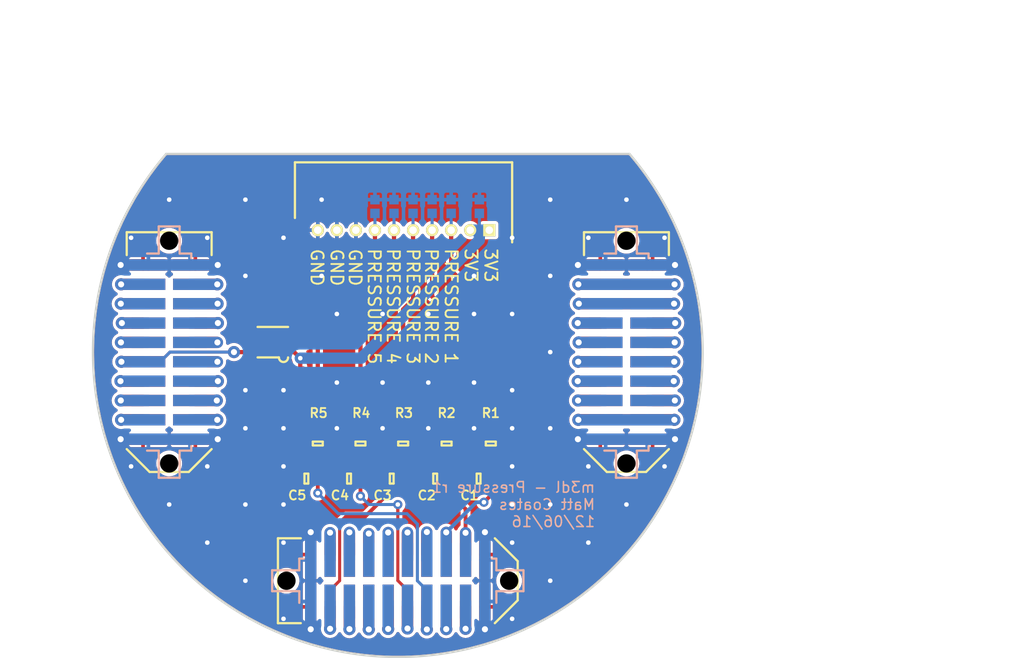
<source format=kicad_pcb>
(kicad_pcb (version 20221018) (generator pcbnew)
  (layers (0 "F.Cu" signal) (31 "B.Cu" signal) (34 "B.Paste" user) (35 "F.Paste" user) (36 "B.SilkS" user "B.Silkscreen") (37 "F.SilkS" user "F.Silkscreen") (38 "B.Mask" user) (39 "F.Mask" user) (44 "Edge.Cuts" user))
  (net 0 "")
  (net 1 "/PRESSURE1")
  (net 2 "GND")
  (net 3 "/PRESSURE4")
  (net 4 "/PRESSURE2")
  (net 5 "/PRESSURE5")
  (net 6 "/PRESSURE3")
  (net 7 "/3v3_IMU")
  (net 8 "/JTMS")
  (net 9 "/3v3_RADIO")
  (net 10 "/JTCK")
  (net 11 "/3v3_FC")
  (net 12 "/3v3_PYRO")
  (net 13 "/JTDR")
  (net 14 "3v3")
  (net 15 "/RSVD1")
  (net 16 "/3v3_AUX1")
  (net 17 "/5v_CAN")
  (net 18 "/3v3_AUX2")
  (net 19 "/CAN-")
  (net 20 "/RSVD2")
  (net 21 "/CAN+")
  (net 22 "/PYRO_SO")
  (net 23 "/PYRO_SI")
  (net 24 "/5v_RADIO")
  (net 25 "/PYRO1")
  (net 26 "/5v_IMU")
  (net 27 "/PYRO2")
  (net 28 "/5v_AUX1")
  (net 29 "/PYRO3")
  (net 30 "/5v_AUX2")
  (net 31 "/PYRO4")
  (net 32 "/5v_CAM")
  (net 33 "/PWR")
  (net 34 "/CHARGE")
  (net 35 "/JTDI")
  (net 36 "/STRAIN1")
  (net 37 "/SPI1_SCK")
  (net 38 "/STRAIN2")
  (net 39 "/SPI1_MISO")
  (net 40 "/STRAIN3")
  (net 41 "/SPI1_MOSI")
  (net 42 "/STRAIN4")
  (net 43 "/STRAIN5")
  (net 44 "/STRAIN6")
  (net 45 "/TEMP_INT")
  (net 46 "/SPI1_CS")
  (net 47 "/P1+")
  (net 48 "/P2+")
  (net 49 "/P3+")
  (net 50 "/P4+")
  (net 51 "/P5+")
  (net 52 "/3v3_DL")
  (net 53 "Net-(IC1-Pad2)")
  (net 54 "Net-(IC1-Pad3)")
  (footprint "agg:0603-L" (layer "F.Cu") (at 105.3 108.3 180)
    (fp_text reference "C1")
    (fp_text value "1n")
  )
  (footprint "agg:0603-L" (layer "F.Cu") (at 96.8 108.3 180)
    (fp_text reference "C2")
    (fp_text value "1n")
  )
  (footprint "agg:0603-L" (layer "F.Cu") (at 102.45 108.3 180)
    (fp_text reference "C3")
    (fp_text value "1n")
  )
  (footprint "agg:0603-L" (layer "F.Cu") (at 94 108.3 180)
    (fp_text reference "C4")
    (fp_text value "1n")
  )
  (footprint "agg:0603-L" (layer "F.Cu") (at 99.6 108.3 180)
    (fp_text reference "C5")
    (fp_text value "1n")
  )
  (footprint "agg:TFML-110-02-L-D" (layer "F.Cu") (at 85 100 -90)
    (fp_text reference "J1")
    (fp_text value "WEST TOP")
  )
  (footprint "agg:TFML-110-02-L-D" (layer "F.Cu") (at 115 100 -90)
    (fp_text reference "J2")
    (fp_text value "EAST TOP")
  )
  (footprint "agg:TFML-110-02-L-D" (layer "F.Cu") (at 100 115)
    (fp_text reference "J5")
    (fp_text value "SOUTH TOP")
  )
  (footprint "Connectors_Molex:Connector_Molex_PicoBlade_53048-1010" (layer "F.Cu") (at 106 92 180)
    (fp_text reference "J7" hide)
    (fp_text value "PRESSURE")
  )
  (footprint "agg:0603-L" (layer "F.Cu") (at 106.1 106 90)
    (fp_text reference "R1")
    (fp_text value "3.74K")
  )
  (footprint "agg:0603-L" (layer "F.Cu") (at 97.55 106 90)
    (fp_text reference "R2")
    (fp_text value "3.74K")
  )
  (footprint "agg:0603-L" (layer "F.Cu") (at 103.2 106 90)
    (fp_text reference "R3")
    (fp_text value "3.74K")
  )
  (footprint "agg:0603-L" (layer "F.Cu") (at 94.75 106 90)
    (fp_text reference "R4")
    (fp_text value "3.74K")
  )
  (footprint "agg:0603-L" (layer "F.Cu") (at 100.35 106 90)
    (fp_text reference "R5")
    (fp_text value "3.74K")
  )
  (footprint "agg:0402-L" (layer "F.Cu") (at 90.4 101.2)
    (fp_text reference "C6")
    (fp_text value "1u")
  )
  (footprint "agg:0402-L" (layer "F.Cu") (at 93.2 101.2 180)
    (fp_text reference "C8")
    (fp_text value "1u")
  )
  (footprint "agg:DFN-6-EP-ONSEMI" (layer "F.Cu") (at 91.8 99.349999 180)
    (fp_text reference "IC1")
    (fp_text value "NCP380")
  )
  (footprint "agg:0402-L" (layer "F.Cu") (at 93.818334 99 90)
    (fp_text reference "R7")
    (fp_text value "110k")
  )
  (footprint "agg:SFML-110-02-L-D-LC" (layer "B.Cu") (at 85 100 -90)
    (fp_text reference "J3")
    (fp_text value "WEST BOT")
  )
  (footprint "agg:SFML-110-02-L-D-LC" (layer "B.Cu") (at 115 100 -90)
    (fp_text reference "J4")
    (fp_text value "EAST BOT")
  )
  (footprint "agg:SFML-110-02-L-D-LC" (layer "B.Cu") (at 100 115)
    (fp_text reference "J6")
    (fp_text value "SOUTH BOT")
  )
  (footprint "agg:0402" (layer "B.Cu") (at 103.5 90.45 -90)
    (fp_text reference "D1")
    (fp_text value "ESD_DIODE")
  )
  (footprint "agg:0402" (layer "B.Cu") (at 102.25 90.45 -90)
    (fp_text reference "D2")
    (fp_text value "ESD_DIODE")
  )
  (footprint "agg:0402" (layer "B.Cu") (at 101 90.45 -90)
    (fp_text reference "D3")
    (fp_text value "ESD_DIODE")
  )
  (footprint "agg:0402" (layer "B.Cu") (at 99.75 90.45 -90)
    (fp_text reference "D4")
    (fp_text value "ESD_DIODE")
  )
  (footprint "agg:0402" (layer "B.Cu") (at 98.5 90.45 -90)
    (fp_text reference "D5")
    (fp_text value "ESD_DIODE")
  )
  (footprint "agg:0402" (layer "B.Cu") (at 105.35 90.45 -90)
    (fp_text reference "D6")
    (fp_text value "ESD_DIODE")
  )
  (gr_arc (start 115.2 87) (mid 100 120.001) (end 84.8 87) (stroke (width 0.15)) (layer "Edge.Cuts"))
  (gr_line (start 84.8 87) (end 115.2 87) (stroke (width 0.15)) (layer "Edge.Cuts"))
  (gr_text "m3dl - Pressure r1\nMatt Coates\n12/06/16" (at 113 110) (layer "B.SilkS") (effects (font (size 0.7 0.7) (thickness 0.1)) (justify left mirror)))
  (gr_text "C3" (at 99 109.4) (layer "F.SilkS") (effects (font (size 0.6 0.6) (thickness 0.12))))
  (gr_text "C5" (at 93.4 109.4) (layer "F.SilkS") (effects (font (size 0.6 0.6) (thickness 0.12))))
  (gr_text "C1" (at 104.7 109.4) (layer "F.SilkS") (effects (font (size 0.6 0.6) (thickness 0.12))))
  (gr_text "C4" (at 96.2 109.4) (layer "F.SilkS") (effects (font (size 0.6 0.6) (thickness 0.12))))
  (gr_text "R5" (at 94.8 104) (layer "F.SilkS") (effects (font (size 0.6 0.6) (thickness 0.12))))
  (gr_text "R4" (at 97.6 104) (layer "F.SilkS") (effects (font (size 0.6 0.6) (thickness 0.12))))
  (gr_text "R3" (at 100.4 104) (layer "F.SilkS") (effects (font (size 0.6 0.6) (thickness 0.12))))
  (gr_text "R2" (at 103.2 104) (layer "F.SilkS") (effects (font (size 0.6 0.6) (thickness 0.12))))
  (gr_text "R1\n" (at 106.1 104) (layer "F.SilkS") (effects (font (size 0.6 0.6) (thickness 0.12))))
  (gr_text "GND" (at 94.7 94.45 270) (layer "F.SilkS") (effects (font (size 0.8 0.8) (thickness 0.12))))
  (gr_text "GND" (at 96 94.45 270) (layer "F.SilkS") (effects (font (size 0.8 0.8) (thickness 0.12))))
  (gr_text "GND" (at 97.2 94.45 270) (layer "F.SilkS") (effects (font (size 0.8 0.8) (thickness 0.12))))
  (gr_text "3V3" (at 106.1 95.5 270) (layer "F.SilkS") (effects (font (size 0.8 0.8) (thickness 0.12)) (justify right)))
  (gr_text "PRESSURE 1\n" (at 103.5 97 270) (layer "F.SilkS") (effects (font (size 0.8 0.8) (thickness 0.12))))
  (gr_text "PRESSURE 2\n" (at 102.2 97 270) (layer "F.SilkS") (effects (font (size 0.8 0.8) (thickness 0.12))))
  (gr_text "PRESSURE 3\n" (at 101 97 270) (layer "F.SilkS") (effects (font (size 0.8 0.8) (thickness 0.12))))
  (gr_text "3V3" (at 104.8 95.5 270) (layer "F.SilkS") (effects (font (size 0.8 0.8) (thickness 0.12)) (justify right)))
  (gr_text "PRESSURE 4\n" (at 99.7 97 270) (layer "F.SilkS") (effects (font (size 0.8 0.8) (thickness 0.12))))
  (gr_text "PRESSURE 5\n" (at 98.45 97 270) (layer "F.SilkS") (effects (font (size 0.8 0.8) (thickness 0.12))))
  (gr_text "C2" (at 101.9 109.4) (layer "F.SilkS") (effects (font (size 0.6 0.6) (thickness 0.12))))
  (segment (start 106.05 109.45) (end 105.65 109.85) (width 0.25) (layer "F.Cu") (net 1))
  (segment (start 106.05 108.3) (end 106.05 109.35) (width 0.25) (layer "F.Cu") (net 1))
  (segment (start 106.1 106.7) (end 106 106.8) (width 0.28) (layer "F.Cu") (net 1))
  (segment (start 103.175 111.825) (end 103.175 113.285) (width 0.74) (layer "F.Cu") (net 1))
  (segment (start 106.05 109.35) (end 106.05 109.45) (width 0.25) (layer "F.Cu") (net 1))
  (segment (start 106 106.8) (end 106 108.3) (width 0.28) (layer "F.Cu") (net 1))
  (via (at 105.65 109.85) (size 0.6) (drill 0.3) (layers "F.Cu" "B.Cu") (net 1))
  (via (at 103.175 111.825) (size 0.7) (drill 0.4) (layers "F.Cu" "B.Cu") (net 1))
  (segment (start 105.15 109.85) (end 103.175 111.825) (width 0.25) (layer "B.Cu") (net 1))
  (segment (start 103.175 113.635) (end 103.175 111.825) (width 0.74) (layer "B.Cu") (net 1))
  (segment (start 105.65 109.85) (end 105.15 109.85) (width 0.25) (layer "B.Cu") (net 1))
  (segment (start 111.815 105.715) (end 110.715 105.715) (width 0.2) (layer "F.Cu") (net 2))
  (segment (start 90 105.7) (end 90 110) (width 0.2) (layer "F.Cu") (net 2))
  (segment (start 90 107.5) (end 87.5 107.5) (width 0.2) (layer "F.Cu") (net 2))
  (segment (start 86.715 105.715) (end 88.185 105.715) (width 0.74) (layer "F.Cu") (net 2))
  (segment (start 94.285 118.185) (end 94.285 116.715) (width 0.74) (layer "F.Cu") (net 2))
  (segment (start 116.715 105.715) (end 118.185 105.715) (width 0.74) (layer "F.Cu") (net 2))
  (segment (start 105.715 111.815) (end 105.715 113.285) (width 0.74) (layer "F.Cu") (net 2))
  (segment (start 83.285 94.285) (end 81.815 94.285) (width 0.74) (layer "F.Cu") (net 2))
  (segment (start 90 105) (end 90 105.7) (width 0.2) (layer "F.Cu") (net 2))
  (segment (start 89.985 105.715) (end 90 105.7) (width 0.2) (layer "F.Cu") (net 2))
  (segment (start 86.715 94.285) (end 83.285 94.285) (width 0.74) (layer "F.Cu") (net 2))
  (segment (start 116.715 94.285) (end 118.185 94.285) (width 0.74) (layer "F.Cu") (net 2))
  (segment (start 90.885 99.349999) (end 91.8 99.349999) (width 0.4) (layer "F.Cu") (net 2))
  (segment (start 105.715 113.285) (end 105.715 116.715) (width 0.74) (layer "F.Cu") (net 2))
  (segment (start 87.5 112.5) (end 85 110) (width 0.2) (layer "F.Cu") (net 2))
  (segment (start 90 115) (end 87.5 112.5) (width 0.2) (layer "F.Cu") (net 2))
  (segment (start 105 95) (end 110 95) (width 0.2) (layer "F.Cu") (net 2))
  (segment (start 86.715 94.285) (end 88.185 94.285) (width 0.74) (layer "F.Cu") (net 2))
  (segment (start 113.285 105.715) (end 111.815 105.715) (width 0.74) (layer "F.Cu") (net 2))
  (segment (start 83.285 105.715) (end 86.715 105.715) (width 0.74) (layer "F.Cu") (net 2))
  (segment (start 88.185 105.715) (end 89.985 105.715) (width 0.2) (layer "F.Cu") (net 2))
  (segment (start 113.285 94.285) (end 116.715 94.285) (width 0.74) (layer "F.Cu") (net 2))
  (segment (start 113.285 94.285) (end 111.815 94.285) (width 0.74) (layer "F.Cu") (net 2))
  (segment (start 94.285 116.715) (end 94.285 111.815) (width 0.74) (layer "F.Cu") (net 2))
  (segment (start 116.715 105.715) (end 113.285 105.715) (width 0.74) (layer "F.Cu") (net 2))
  (segment (start 110.715 105.715) (end 110 105) (width 0.2) (layer "F.Cu") (net 2))
  (segment (start 83.285 105.715) (end 81.815 105.715) (width 0.74) (layer "F.Cu") (net 2))
  (segment (start 105.715 116.715) (end 105.715 118.185) (width 0.74) (layer "F.Cu") (net 2))
  (via (at 90 110) (size 0.6) (drill 0.3) (layers "F.Cu" "B.Cu") (net 2))
  (via (at 90 115) (size 0.6) (drill 0.3) (layers "F.Cu" "B.Cu") (net 2))
  (via (at 85 110) (size 0.6) (drill 0.3) (layers "F.Cu" "B.Cu") (net 2))
  (via (at 90 105) (size 0.6) (drill 0.3) (layers "F.Cu" "B.Cu") (net 2))
  (via (at 90 95) (size 0.6) (drill 0.3) (layers "F.Cu" "B.Cu") (net 2))
  (via (at 90 90) (size 0.6) (drill 0.3) (layers "F.Cu" "B.Cu") (net 2))
  (via (at 85 90) (size 0.6) (drill 0.3) (layers "F.Cu" "B.Cu") (net 2))
  (via (at 95 90) (size 0.6) (drill 0.3) (layers "F.Cu" "B.Cu") (net 2))
  (via (at 110 90) (size 0.6) (drill 0.3) (layers "F.Cu" "B.Cu") (net 2))
  (via (at 115 90) (size 0.6) (drill 0.3) (layers "F.Cu" "B.Cu") (net 2))
  (via (at 110 95) (size 0.6) (drill 0.3) (layers "F.Cu" "B.Cu") (net 2))
  (via (at 110 105) (size 0.6) (drill 0.3) (layers "F.Cu" "B.Cu") (net 2))
  (via (at 110 110) (size 0.6) (drill 0.3) (layers "F.Cu" "B.Cu") (net 2))
  (via (at 115 110) (size 0.6) (drill 0.3) (layers "F.Cu" "B.Cu") (net 2))
  (via (at 110 115) (size 0.6) (drill 0.3) (layers "F.Cu" "B.Cu") (net 2))
  (via (at 95 95) (size 0.6) (drill 0.3) (layers "F.Cu" "B.Cu") (net 2))
  (via (at 105 95) (size 0.6) (drill 0.3) (layers "F.Cu" "B.Cu") (net 2))
  (via (at 105 105) (size 0.6) (drill 0.3) (layers "F.Cu" "B.Cu") (net 2))
  (via (at 92.5 112.5) (size 0.6) (drill 0.3) (layers "F.Cu" "B.Cu") (net 2))
  (via (at 92.5 110) (size 0.6) (drill 0.3) (layers "F.Cu" "B.Cu") (net 2))
  (via (at 92.5 117.5) (size 0.6) (drill 0.3) (layers "F.Cu" "B.Cu") (net 2))
  (via (at 107.5 117.5) (size 0.6) (drill 0.3) (layers "F.Cu" "B.Cu") (net 2))
  (via (at 107.5 112.5) (size 0.6) (drill 0.3) (layers "F.Cu" "B.Cu") (net 2))
  (via (at 112.5 112.5) (size 0.6) (drill 0.3) (layers "F.Cu" "B.Cu") (net 2))
  (via (at 107.5 110) (size 0.6) (drill 0.3) (layers "F.Cu" "B.Cu") (net 2))
  (via (at 107.5 107.5) (size 0.6) (drill 0.3) (layers "F.Cu" "B.Cu") (net 2))
  (via (at 112.5 107.5) (size 0.6) (drill 0.3) (layers "F.Cu" "B.Cu") (net 2))
  (via (at 117.5 107.5) (size 0.6) (drill 0.3) (layers "F.Cu" "B.Cu") (net 2))
  (via (at 107.5 105) (size 0.6) (drill 0.3) (layers "F.Cu" "B.Cu") (net 2))
  (via (at 107.5 102.5) (size 0.6) (drill 0.3) (layers "F.Cu" "B.Cu") (net 2))
  (via (at 107.5 97.5) (size 0.6) (drill 0.3) (layers "F.Cu" "B.Cu") (net 2))
  (via (at 110 100) (size 0.6) (drill 0.3) (layers "F.Cu" "B.Cu") (net 2))
  (via (at 107.5 92.5) (size 0.6) (drill 0.3) (layers "F.Cu" "B.Cu") (net 2))
  (via (at 112.5 92.5) (size 0.6) (drill 0.3) (layers "F.Cu" "B.Cu") (net 2))
  (via (at 117.5 92.5) (size 0.6) (drill 0.3) (layers "F.Cu" "B.Cu") (net 2))
  (via (at 87.5 92.5) (size 0.6) (drill 0.3) (layers "F.Cu" "B.Cu") (net 2))
  (via (at 82.5 92.5) (size 0.6) (drill 0.3) (layers "F.Cu" "B.Cu") (net 2))
  (via (at 92.5 92.5) (size 0.6) (drill 0.3) (layers "F.Cu" "B.Cu") (net 2))
  (via (at 92.5 105) (size 0.6) (drill 0.3) (layers "F.Cu" "B.Cu") (net 2))
  (via (at 92.5 107.5) (size 0.6) (drill 0.3) (layers "F.Cu" "B.Cu") (net 2))
  (via (at 87.5 107.5) (size 0.6) (drill 0.3) (layers "F.Cu" "B.Cu") (net 2))
  (via (at 82.5 107.5) (size 0.6) (drill 0.3) (layers "F.Cu" "B.Cu") (net 2))
  (via (at 102 105) (size 0.6) (drill 0.3) (layers "F.Cu" "B.Cu") (net 2))
  (via (at 99 105) (size 0.6) (drill 0.3) (layers "F.Cu" "B.Cu") (net 2))
  (via (at 96 105) (size 0.6) (drill 0.3) (layers "F.Cu" "B.Cu") (net 2))
  (via (at 99 102) (size 0.6) (drill 0.3) (layers "F.Cu" "B.Cu") (net 2))
  (via (at 102 102) (size 0.6) (drill 0.3) (layers "F.Cu" "B.Cu") (net 2))
  (via (at 105 102) (size 0.6) (drill 0.3) (layers "F.Cu" "B.Cu") (net 2))
  (via (at 96 102) (size 0.6) (drill 0.3) (layers "F.Cu" "B.Cu") (net 2))
  (via (at 96 97.5) (size 0.6) (drill 0.3) (layers "F.Cu" "B.Cu") (net 2))
  (via (at 99 97.5) (size 0.6) (drill 0.3) (layers "F.Cu" "B.Cu") (net 2))
  (via (at 102 97.5) (size 0.6) (drill 0.3) (layers "F.Cu" "B.Cu") (net 2))
  (via (at 105 97.5) (size 0.6) (drill 0.3) (layers "F.Cu" "B.Cu") (net 2))
  (via (at 87.5 112.5) (size 0.6) (drill 0.3) (layers "F.Cu" "B.Cu") (net 2))
  (via (at 105.715 118.185) (size 0.8) (drill 0.4) (layers "F.Cu" "B.Cu") (net 2))
  (via (at 118.185 105.715) (size 0.8) (drill 0.4) (layers "F.Cu" "B.Cu") (net 2))
  (via (at 94.285 111.815) (size 0.7) (drill 0.4) (layers "F.Cu" "B.Cu") (net 2))
  (via (at 118.185 94.285) (size 0.8) (drill 0.4) (layers "F.Cu" "B.Cu") (net 2))
  (via (at 105.715 111.815) (size 0.7) (drill 0.4) (layers "F.Cu" "B.Cu") (net 2))
  (via (at 111.815 94.285) (size 0.8) (drill 0.4) (layers "F.Cu" "B.Cu") (net 2))
  (via (at 81.815 105.715) (size 0.8) (drill 0.4) (layers "F.Cu" "B.Cu") (net 2))
  (via (at 90 102.5) (size 0.6) (drill 0.3) (layers "F.Cu" "B.Cu") (net 2))
  (via (at 92.5 102.5) (size 0.6) (drill 0.3) (layers "F.Cu" "B.Cu") (net 2))
  (via (at 88.185 94.285) (size 0.8) (drill 0.4) (layers "F.Cu" "B.Cu") (net 2))
  (via (at 81.815 94.285) (size 0.8) (drill 0.4) (layers "F.Cu" "B.Cu") (net 2))
  (via (at 88.185 105.715) (size 0.8) (drill 0.4) (layers "F.Cu" "B.Cu") (net 2))
  (via (at 111.815 105.715) (size 0.8) (drill 0.4) (layers "F.Cu" "B.Cu") (net 2))
  (via (at 94.285 118.185) (size 0.8) (drill 0.4) (layers "F.Cu" "B.Cu") (net 2))
  (segment (start 112.5 107.5) (end 115 110) (width 0.2) (layer "B.Cu") (net 2))
  (segment (start 82.5 107.5) (end 85 110) (width 0.2) (layer "B.Cu") (net 2))
  (segment (start 96 97.5) (end 99 97.5) (width 0.2) (layer "B.Cu") (net 2))
  (segment (start 110 100) (end 110 102.5) (width 0.2) (layer "B.Cu") (net 2))
  (segment (start 105.715 116.365) (end 105.715 118.185) (width 0.74) (layer "B.Cu") (net 2))
  (segment (start 107.5 107.5) (end 110 107.5) (width 0.2) (layer "B.Cu") (net 2))
  (segment (start 99 102) (end 102 102) (width 0.2) (layer "B.Cu") (net 2))
  (segment (start 95 95) (end 92.5 95) (width 0.2) (layer "B.Cu") (net 2))
  (segment (start 102.5 90) (end 105 90) (width 0.2) (layer "B.Cu") (net 2))
  (segment (start 95 90) (end 97.5 90) (width 0.2) (layer "B.Cu") (net 2))
  (segment (start 110 90) (end 110 92.5) (width 0.2) (layer "B.Cu") (net 2))
  (segment (start 105 90) (end 107.5 90) (width 0.2) (layer "B.Cu") (net 2))
  (segment (start 86.365 94.285) (end 88.185 94.285) (width 0.74) (layer "B.Cu") (net 2))
  (segment (start 110 95) (end 110 97.5) (width 0.2) (layer "B.Cu") (net 2))
  (segment (start 113.635 94.285) (end 116.365 94.285) (width 0.74) (layer "B.Cu") (net 2))
  (segment (start 85 90) (end 87.5 90) (width 0.2) (layer "B.Cu") (net 2))
  (segment (start 107.5 110) (end 110 110) (width 0.2) (layer "B.Cu") (net 2))
  (segment (start 90 105) (end 92.5 105) (width 0.2) (layer "B.Cu") (net 2))
  (segment (start 105 105) (end 107.5 105) (width 0.2) (layer "B.Cu") (net 2))
  (segment (start 107.5 112.5) (end 110 112.5) (width 0.2) (layer "B.Cu") (net 2))
  (segment (start 110 115) (end 110 112.5) (width 0.2) (layer "B.Cu") (net 2))
  (segment (start 115 110) (end 112.5 110) (width 0.2) (layer "B.Cu") (net 2))
  (segment (start 92.5 117.5) (end 90 115) (width 0.2) (layer "B.Cu") (net 2))
  (segment (start 107.5 107.5) (end 107.5 105) (width 0.2) (layer "B.Cu") (net 2))
  (segment (start 107.5 92.5) (end 107.5 95) (width 0.2) (layer "B.Cu") (net 2))
  (segment (start 107.5 100) (end 107.5 97.5) (width 0.2) (layer "B.Cu") (net 2))
  (segment (start 94.285 116.365) (end 94.285 118.185) (width 0.74) (layer "B.Cu") (net 2))
  (segment (start 92.5 92.5) (end 90 92.5) (width 0.2) (layer "B.Cu") (net 2))
  (segment (start 90 110) (end 92.5 110) (width 0.2) (layer "B.Cu") (net 2))
  (segment (start 115 90) (end 117.5 92.5) (width 0.2) (layer "B.Cu") (net 2))
  (segment (start 96 102) (end 99 102) (width 0.2) (layer "B.Cu") (net 2))
  (segment (start 100 90) (end 102.5 90) (width 0.2) (layer "B.Cu") (net 2))
  (segment (start 113.635 105.715) (end 111.815 105.715) (width 0.74) (layer "B.Cu") (net 2))
  (segment (start 83.635 94.285) (end 81.815 94.285) (width 0.74) (layer "B.Cu") (net 2))
  (segment (start 102 105) (end 99 105) (width 0.2) (layer "B.Cu") (net 2))
  (segment (start 107.5 90) (end 107.5 92.5) (width 0.2) (layer "B.Cu") (net 2))
  (segment (start 90 90) (end 87.5 90) (width 0.2) (layer "B.Cu") (net 2))
  (segment (start 110 115) (end 107.5 117.5) (width 0.2) (layer "B.Cu") (net 2))
  (segment (start 90 90) (end 92.5 90) (width 0.2) (layer "B.Cu") (net 2))
  (segment (start 107.5 105) (end 107.5 102.5) (width 0.2) (layer "B.Cu") (net 2))
  (segment (start 111.815 94.285) (end 113.635 94.285) (width 0.74) (layer "B.Cu") (net 2))
  (segment (start 87.5 110) (end 90 110) (width 0.2) (layer "B.Cu") (net 2))
  (segment (start 107.5 110) (end 107.5 112.5) (width 0.2) (layer "B.Cu") (net 2))
  (segment (start 95 95) (end 95 96.5) (width 0.2) (layer "B.Cu") (net 2))
  (segment (start 112.5 90) (end 115 90) (width 0.2) (layer "B.Cu") (net 2))
  (segment (start 105 97.5) (end 107.5 97.5) (width 0.2) (layer "B.Cu") (net 2))
  (segment (start 94.285 116.365) (end 94.285 113.635) (width 0.74) (layer "B.Cu") (net 2))
  (segment (start 105 105) (end 102 105) (width 0.2) (layer "B.Cu") (net 2))
  (segment (start 92.5 105) (end 92.5 102.5) (width 0.2) (layer "B.Cu") (net 2))
  (segment (start 95 96.5) (end 96 97.5) (width 0.2) (layer "B.Cu") (net 2))
  (segment (start 110 97.5) (end 110 100) (width 0.2) (layer "B.Cu") (net 2))
  (segment (start 107 102) (end 107.5 102.5) (width 0.2) (layer "B.Cu") (net 2))
  (segment (start 112.5 90) (end 112.5 92.5) (width 0.2) (layer "B.Cu") (net 2))
  (segment (start 112.5 110) (end 110 110) (width 0.2) (layer "B.Cu") (net 2))
  (segment (start 99 105) (end 96 105) (width 0.2) (layer "B.Cu") (net 2))
  (segment (start 83.635 94.285) (end 86.365 94.285) (width 0.74) (layer "B.Cu") (net 2))
  (segment (start 110 92.5) (end 110 95) (width 0.2) (layer "B.Cu") (net 2))
  (segment (start 85 110) (end 87.5 110) (width 0.2) (layer "B.Cu") (net 2))
  (segment (start 82.5 92.5) (end 85 90) (width 0.2) (layer "B.Cu") (net 2))
  (segment (start 89.285 94.285) (end 88.185 94.285) (width 0.2) (layer "B.Cu") (net 2))
  (segment (start 110 107.5) (end 112.5 107.5) (width 0.2) (layer "B.Cu") (net 2))
  (segment (start 87.5 92.5) (end 90 92.5) (width 0.2) (layer "B.Cu") (net 2))
  (segment (start 90 95) (end 92.5 95) (width 0.2) (layer "B.Cu") (net 2))
  (segment (start 102 97.5) (end 105 97.5) (width 0.2) (layer "B.Cu") (net 2))
  (segment (start 116.365 105.715) (end 113.635 105.715) (width 0.74) (layer "B.Cu") (net 2))
  (segment (start 105.715 113.635) (end 105.715 111.815) (width 0.74) (layer "B.Cu") (net 2))
  (segment (start 97.5 90) (end 100 90) (width 0.2) (layer "B.Cu") (net 2))
  (segment (start 90 92.5) (end 90 95) (width 0.2) (layer "B.Cu") (net 2))
  (segment (start 107.5 102.5) (end 107.5 100) (width 0.2) (layer "B.Cu") (net 2))
  (segment (start 105.715 116.365) (end 105.715 113.635) (width 0.74) (layer "B.Cu") (net 2))
  (segment (start 116.365 94.285) (end 118.185 94.285) (width 0.74) (layer "B.Cu") (net 2))
  (segment (start 85 90) (end 87.5 92.5) (width 0.2) (layer "B.Cu") (net 2))
  (segment (start 110 112.5) (end 112.5 112.5) (width 0.2) (layer "B.Cu") (net 2))
  (segment (start 107.5 97.5) (end 107.5 95) (width 0.2) (layer "B.Cu") (net 2))
  (segment (start 90 95) (end 89.285 94.285) (width 0.2) (layer "B.Cu") (net 2))
  (segment (start 92.5 107.5) (end 92.5 105) (width 0.2) (layer "B.Cu") (net 2))
  (segment (start 92.5 110) (end 92.5 112.5) (width 0.2) (layer "B.Cu") (net 2))
  (segment (start 90 105) (end 90 102.5) (width 0.2) (layer "B.Cu") (net 2))
  (segment (start 118.185 105.715) (end 116.365 105.715) (width 0.74) (layer "B.Cu") (net 2))
  (segment (start 94.285 113.635) (end 94.285 111.815) (width 0.74) (layer "B.Cu") (net 2))
  (segment (start 110 102.5) (end 110 105) (width 0.2) (layer "B.Cu") (net 2))
  (segment (start 92.5 90) (end 95 90) (width 0.2) (layer "B.Cu") (net 2))
  (segment (start 87.5 110) (end 87.5 107.5) (width 0.2) (layer "B.Cu") (net 2))
  (segment (start 105 102) (end 102 102) (width 0.2) (layer "B.Cu") (net 2))
  (segment (start 105 102) (end 107 102) (width 0.2) (layer "B.Cu") (net 2))
  (segment (start 107.5 90) (end 110 90) (width 0.2) (layer "B.Cu") (net 2))
  (segment (start 88.185 105.715) (end 81.815 105.715) (width 0.74) (layer "B.Cu") (net 2))
  (segment (start 110 90) (end 112.5 90) (width 0.2) (layer "B.Cu") (net 2))
  (segment (start 115 110) (end 117.5 107.5) (width 0.2) (layer "B.Cu") (net 2))
  (segment (start 97.5 106.75) (end 97.55 106.7) (width 0.28) (layer "F.Cu") (net 3))
  (segment (start 100.635 115.625) (end 100.635 116.715) (width 0.2) (layer "F.Cu") (net 3))
  (segment (start 97.55 109.45) (end 97.55 108.3) (width 0.25) (layer "F.Cu") (net 3))
  (segment (start 100 110) (end 100 114.99) (width 0.2) (layer "F.Cu") (net 3))
  (segment (start 100 110.6) (end 100 110) (width 0.2) (layer "F.Cu") (net 3))
  (segment (start 97.5 108.3) (end 97.5 106.75) (width 0.28) (layer "F.Cu") (net 3))
  (segment (start 100.635 118.135) (end 100.635 116.715) (width 0.74) (layer "F.Cu") (net 3))
  (segment (start 100.635 118.135) (end 100.635 115.635) (width 0.2) (layer "F.Cu") (net 3))
  (segment (start 100 114.99) (end 100.635 115.625) (width 0.2) (layer "F.Cu") (net 3))
  (via (at 100.635 118.135) (size 0.8) (drill 0.4) (layers "F.Cu" "B.Cu") (net 3))
  (via (at 100 110) (size 0.6) (drill 0.3) (layers "F.Cu" "B.Cu") (net 3))
  (via (at 97.55 109.45) (size 0.6) (drill 0.3) (layers "F.Cu" "B.Cu") (net 3))
  (segment (start 100 110) (end 98.1 110) (width 0.2) (layer "B.Cu") (net 3))
  (segment (start 100.635 116.365) (end 100.635 118.135) (width 0.74) (layer "B.Cu") (net 3))
  (segment (start 98.1 110) (end 97.55 109.45) (width 0.2) (layer "B.Cu") (net 3))
  (segment (start 104.445 110.295) (end 103.2 109.05) (width 0.25) (layer "F.Cu") (net 4))
  (segment (start 103.2 109.05) (end 103.2 108.3) (width 0.25) (layer "F.Cu") (net 4))
  (segment (start 104.445 111.855) (end 104.445 113.285) (width 0.74) (layer "F.Cu") (net 4))
  (segment (start 104.445 111.855) (end 104.445 110.295) (width 0.25) (layer "F.Cu") (net 4))
  (segment (start 103.15 106.75) (end 103.2 106.7) (width 0.28) (layer "F.Cu") (net 4))
  (segment (start 103.15 108.3) (end 103.15 106.75) (width 0.28) (layer "F.Cu") (net 4))
  (via (at 104.445 111.855) (size 0.7) (drill 0.4) (layers "F.Cu" "B.Cu") (net 4))
  (segment (start 104.445 113.635) (end 104.445 111.855) (width 0.74) (layer "B.Cu") (net 4))
  (segment (start 94.75 108.3) (end 94.75 109.25) (width 0.25) (layer "F.Cu") (net 5))
  (segment (start 101.905 116.715) (end 101.905 115.605) (width 0.2) (layer "F.Cu") (net 5))
  (segment (start 94.7 106.75) (end 94.75 106.7) (width 0.28) (layer "F.Cu") (net 5))
  (segment (start 94.7 108.3) (end 94.7 106.75) (width 0.28) (layer "F.Cu") (net 5))
  (segment (start 101.905 116.715) (end 101.905 115.625) (width 0.2) (layer "F.Cu") (net 5))
  (segment (start 101.905 118.195) (end 101.905 116.715) (width 0.74) (layer "F.Cu") (net 5))
  (via (at 94.75 109.25) (size 0.6) (drill 0.3) (layers "F.Cu" "B.Cu") (net 5))
  (via (at 101.905 118.195) (size 0.8) (drill 0.4) (layers "F.Cu" "B.Cu") (net 5))
  (segment (start 96.1 110.6) (end 94.75 109.25) (width 0.2) (layer "B.Cu") (net 5))
  (segment (start 101.905 115.625) (end 101.28499 115.00499) (width 0.2) (layer "B.Cu") (net 5))
  (segment (start 101.905 116.365) (end 101.905 115.625) (width 0.2) (layer "B.Cu") (net 5))
  (segment (start 101.28499 115.00499) (end 101.28499 111.28499) (width 0.2) (layer "B.Cu") (net 5))
  (segment (start 101.28499 111.28499) (end 100.6 110.6) (width 0.2) (layer "B.Cu") (net 5))
  (segment (start 101.905 116.365) (end 101.905 118.195) (width 0.74) (layer "B.Cu") (net 5))
  (segment (start 100.6 110.6) (end 96.1 110.6) (width 0.2) (layer "B.Cu") (net 5))
  (segment (start 100.3 108.3) (end 100.3 106.75) (width 0.28) (layer "F.Cu") (net 6))
  (segment (start 95.555 118.155) (end 95.555 116.715) (width 0.74) (layer "F.Cu") (net 6))
  (segment (start 95.555 115.625) (end 96.182001 114.997999) (width 0.2) (layer "F.Cu") (net 6))
  (segment (start 96.182001 111.217999) (end 96.2 111.2) (width 0.2) (layer "F.Cu") (net 6))
  (segment (start 100.3 106.75) (end 100.35 106.7) (width 0.28) (layer "F.Cu") (net 6))
  (segment (start 96.2 111.2) (end 96.6 110.8) (width 0.25) (layer "F.Cu") (net 6))
  (segment (start 95.555 116.715) (end 95.555 115.645) (width 0.2) (layer "F.Cu") (net 6))
  (segment (start 95.555 116.715) (end 95.555 115.625) (width 0.2) (layer "F.Cu") (net 6))
  (segment (start 97.85 110.8) (end 100.35 108.3) (width 0.25) (layer "F.Cu") (net 6))
  (segment (start 96.6 110.8) (end 97.85 110.8) (width 0.25) (layer "F.Cu") (net 6))
  (segment (start 96.182001 114.997999) (end 96.182001 111.217999) (width 0.2) (layer "F.Cu") (net 6))
  (via (at 95.555 118.155) (size 0.8) (drill 0.4) (layers "F.Cu" "B.Cu") (net 6))
  (segment (start 95.555 116.365) (end 95.555 118.155) (width 0.74) (layer "B.Cu") (net 6))
  (segment (start 83.285 95.555) (end 81.845 95.555) (width 0.74) (layer "F.Cu") (net 7))
  (via (at 81.845 95.555) (size 0.8) (drill 0.4) (layers "F.Cu" "B.Cu") (net 7))
  (segment (start 83.635 95.555) (end 82.345 95.555) (width 0.74) (layer "B.Cu") (net 7))
  (segment (start 82.345 95.555) (end 81.845 95.555) (width 0.74) (layer "B.Cu") (net 7))
  (segment (start 86.715 95.555) (end 88.155 95.555) (width 0.74) (layer "F.Cu") (net 8))
  (via (at 88.155 95.555) (size 0.8) (drill 0.4) (layers "F.Cu" "B.Cu") (net 8))
  (segment (start 88.155 95.555) (end 86.365 95.555) (width 0.74) (layer "B.Cu") (net 8))
  (segment (start 83.285 96.825) (end 81.825 96.825) (width 0.74) (layer "F.Cu") (net 9))
  (via (at 81.825 96.825) (size 0.8) (drill 0.4) (layers "F.Cu" "B.Cu") (net 9))
  (segment (start 81.825 96.825) (end 83.635 96.825) (width 0.74) (layer "B.Cu") (net 9))
  (segment (start 86.715 96.825) (end 88.175 96.825) (width 0.74) (layer "F.Cu") (net 10))
  (via (at 88.175 96.825) (size 0.8) (drill 0.4) (layers "F.Cu" "B.Cu") (net 10))
  (segment (start 86.365 96.825) (end 88.175 96.825) (width 0.74) (layer "B.Cu") (net 10))
  (segment (start 83.285 98.095) (end 81.895 98.095) (width 0.74) (layer "F.Cu") (net 11))
  (via (at 81.895 98.095) (size 0.8) (drill 0.4) (layers "F.Cu" "B.Cu") (net 11))
  (segment (start 81.895 98.095) (end 83.635 98.095) (width 0.74) (layer "B.Cu") (net 11))
  (segment (start 83.285 99.365) (end 81.835 99.365) (width 0.74) (layer "F.Cu") (net 12))
  (via (at 81.835 99.365) (size 0.8) (drill 0.4) (layers "F.Cu" "B.Cu") (net 12))
  (segment (start 81.835 99.365) (end 83.635 99.365) (width 0.74) (layer "B.Cu") (net 12))
  (segment (start 86.715 99.365) (end 88.165 99.365) (width 0.74) (layer "F.Cu") (net 13))
  (via (at 88.165 99.365) (size 0.7) (drill 0.4) (layers "F.Cu" "B.Cu") (net 13))
  (segment (start 86.365 99.365) (end 88.165 99.365) (width 0.74) (layer "B.Cu") (net 13))
  (segment (start 93.199999 99.999999) (end 93.6 100.4) (width 0.28) (layer "F.Cu") (net 14))
  (segment (start 92.715 99.999999) (end 93.199999 99.999999) (width 0.28) (layer "F.Cu") (net 14))
  (segment (start 93.6 101.2) (end 93.6 100.4) (width 0.28) (layer "F.Cu") (net 14))
  (via (at 93.6 100.4) (size 0.7) (drill 0.3) (layers "F.Cu" "B.Cu") (net 14))
  (segment (start 105.35 92) (end 106 92) (width 0.74) (layer "B.Cu") (net 14))
  (segment (start 105.35 92.65) (end 105.35 92) (width 0.74) (layer "B.Cu") (net 14))
  (segment (start 93.6 100.4) (end 97.6 100.4) (width 0.74) (layer "B.Cu") (net 14))
  (segment (start 105.35 92) (end 105.35 90.9) (width 0.2) (layer "B.Cu") (net 14))
  (segment (start 97.6 100.4) (end 105.35 92.65) (width 0.74) (layer "B.Cu") (net 14))
  (segment (start 104.75 92) (end 105.35 92) (width 0.74) (layer "B.Cu") (net 14))
  (segment (start 86.715 100.635) (end 88.165 100.635) (width 0.74) (layer "F.Cu") (net 15))
  (via (at 88.165 100.635) (size 0.7) (drill 0.4) (layers "F.Cu" "B.Cu") (net 15))
  (segment (start 86.365 100.635) (end 88.165 100.635) (width 0.74) (layer "B.Cu") (net 15))
  (segment (start 83.285 101.905) (end 81.805 101.905) (width 0.74) (layer "F.Cu") (net 16))
  (via (at 81.805 101.905) (size 0.8) (drill 0.4) (layers "F.Cu" "B.Cu") (net 16))
  (segment (start 81.805 101.905) (end 83.635 101.905) (width 0.74) (layer "B.Cu") (net 16))
  (segment (start 86.715 101.905) (end 88.195 101.905) (width 0.74) (layer "F.Cu") (net 17))
  (via (at 88.195 101.905) (size 0.8) (drill 0.4) (layers "F.Cu" "B.Cu") (net 17))
  (segment (start 86.365 101.905) (end 88.195 101.905) (width 0.74) (layer "B.Cu") (net 17))
  (segment (start 83.285 103.175) (end 81.825 103.175) (width 0.74) (layer "F.Cu") (net 18))
  (via (at 81.825 103.175) (size 0.8) (drill 0.4) (layers "F.Cu" "B.Cu") (net 18))
  (segment (start 81.825 103.175) (end 83.635 103.175) (width 0.74) (layer "B.Cu") (net 18))
  (segment (start 86.715 103.175) (end 88.125 103.175) (width 0.74) (layer "F.Cu") (net 19))
  (via (at 88.125 103.175) (size 0.8) (drill 0.4) (layers "F.Cu" "B.Cu") (net 19))
  (segment (start 86.365 103.175) (end 88.125 103.175) (width 0.74) (layer "B.Cu") (net 19))
  (segment (start 83.285 104.445) (end 81.845 104.445) (width 0.74) (layer "F.Cu") (net 20))
  (via (at 81.845 104.445) (size 0.8) (drill 0.4) (layers "F.Cu" "B.Cu") (net 20))
  (segment (start 81.845 104.445) (end 83.635 104.445) (width 0.74) (layer "B.Cu") (net 20))
  (segment (start 86.715 104.445) (end 88.155 104.445) (width 0.74) (layer "F.Cu") (net 21))
  (via (at 88.155 104.445) (size 0.8) (drill 0.4) (layers "F.Cu" "B.Cu") (net 21))
  (segment (start 86.365 104.445) (end 88.155 104.445) (width 0.74) (layer "B.Cu") (net 21))
  (segment (start 113.285 95.555) (end 116.715 95.555) (width 0.74) (layer "F.Cu") (net 22))
  (segment (start 116.715 95.555) (end 118.155 95.555) (width 0.74) (layer "F.Cu") (net 22))
  (segment (start 113.285 95.555) (end 111.845 95.555) (width 0.74) (layer "F.Cu") (net 22))
  (via (at 111.845 95.555) (size 0.8) (drill 0.4) (layers "F.Cu" "B.Cu") (net 22))
  (via (at 118.155 95.555) (size 0.8) (drill 0.4) (layers "F.Cu" "B.Cu") (net 22))
  (segment (start 118.155 95.555) (end 116.365 95.555) (width 0.74) (layer "B.Cu") (net 22))
  (segment (start 113.635 95.555) (end 116.365 95.555) (width 0.74) (layer "B.Cu") (net 22))
  (segment (start 111.845 95.555) (end 113.635 95.555) (width 0.74) (layer "B.Cu") (net 22))
  (segment (start 113.285 96.825) (end 111.875 96.825) (width 0.74) (layer "F.Cu") (net 23))
  (segment (start 116.715 96.825) (end 118.125 96.825) (width 0.74) (layer "F.Cu") (net 23))
  (segment (start 113.285 96.825) (end 116.715 96.825) (width 0.74) (layer "F.Cu") (net 23))
  (via (at 111.875 96.825) (size 0.8) (drill 0.4) (layers "F.Cu" "B.Cu") (net 23))
  (via (at 118.125 96.825) (size 0.8) (drill 0.4) (layers "F.Cu" "B.Cu") (net 23))
  (segment (start 113.635 96.825) (end 116.365 96.825) (width 0.74) (layer "B.Cu") (net 23))
  (segment (start 116.365 96.825) (end 118.125 96.825) (width 0.74) (layer "B.Cu") (net 23))
  (segment (start 111.875 96.825) (end 113.635 96.825) (width 0.74) (layer "B.Cu") (net 23))
  (segment (start 113.285 98.095) (end 111.805 98.095) (width 0.74) (layer "F.Cu") (net 24))
  (via (at 111.805 98.095) (size 0.8) (drill 0.4) (layers "F.Cu" "B.Cu") (net 24))
  (segment (start 113.635 98.095) (end 111.805 98.095) (width 0.74) (layer "B.Cu") (net 24))
  (segment (start 116.715 98.095) (end 118.195 98.095) (width 0.74) (layer "F.Cu") (net 25))
  (via (at 118.195 98.095) (size 0.8) (drill 0.4) (layers "F.Cu" "B.Cu") (net 25))
  (segment (start 118.195 98.095) (end 116.365 98.095) (width 0.74) (layer "B.Cu") (net 25))
  (segment (start 113.285 99.365) (end 111.865 99.365) (width 0.74) (layer "F.Cu") (net 26))
  (via (at 111.865 99.365) (size 0.8) (drill 0.4) (layers "F.Cu" "B.Cu") (net 26))
  (segment (start 111.865 99.365) (end 113.635 99.365) (width 0.74) (layer "B.Cu") (net 26))
  (segment (start 116.715 99.365) (end 118.165 99.365) (width 0.74) (layer "F.Cu") (net 27))
  (via (at 118.165 99.365) (size 0.8) (drill 0.4) (layers "F.Cu" "B.Cu") (net 27))
  (segment (start 116.365 99.365) (end 118.165 99.365) (width 0.74) (layer "B.Cu") (net 27))
  (segment (start 113.285 100.635) (end 111.835 100.635) (width 0.74) (layer "F.Cu") (net 28))
  (via (at 111.835 100.635) (size 0.8) (drill 0.4) (layers "F.Cu" "B.Cu") (net 28))
  (segment (start 113.635 100.635) (end 111.835 100.635) (width 0.74) (layer "B.Cu") (net 28))
  (segment (start 116.715 100.635) (end 118.135 100.635) (width 0.74) (layer "F.Cu") (net 29))
  (via (at 118.135 100.635) (size 0.8) (drill 0.4) (layers "F.Cu" "B.Cu") (net 29))
  (segment (start 118.135 100.635) (end 116.365 100.635) (width 0.74) (layer "B.Cu") (net 29))
  (segment (start 113.285 101.905) (end 111.805 101.905) (width 0.74) (layer "F.Cu") (net 30))
  (via (at 111.805 101.905) (size 0.8) (drill 0.4) (layers "F.Cu" "B.Cu") (net 30))
  (segment (start 111.805 101.905) (end 113.635 101.905) (width 0.74) (layer "B.Cu") (net 30))
  (segment (start 116.715 101.905) (end 118.105 101.905) (width 0.74) (layer "F.Cu") (net 31))
  (via (at 118.105 101.905) (size 0.8) (drill 0.4) (layers "F.Cu" "B.Cu") (net 31))
  (segment (start 116.365 101.905) (end 118.105 101.905) (width 0.74) (layer "B.Cu") (net 31))
  (segment (start 113.285 103.175) (end 111.825 103.175) (width 0.74) (layer "F.Cu") (net 32))
  (via (at 111.825 103.175) (size 0.8) (drill 0.4) (layers "F.Cu" "B.Cu") (net 32))
  (segment (start 113.635 103.175) (end 111.825 103.175) (width 0.74) (layer "B.Cu") (net 32))
  (segment (start 116.715 103.175) (end 118.175 103.175) (width 0.74) (layer "F.Cu") (net 33))
  (via (at 118.175 103.175) (size 0.8) (drill 0.4) (layers "F.Cu" "B.Cu") (net 33))
  (segment (start 118.175 103.175) (end 116.365 103.175) (width 0.74) (layer "B.Cu") (net 33))
  (segment (start 113.285 104.445) (end 111.845 104.445) (width 0.74) (layer "F.Cu") (net 34))
  (segment (start 113.285 104.445) (end 116.715 104.445) (width 0.74) (layer "F.Cu") (net 34))
  (segment (start 116.715 104.445) (end 118.145 104.445) (width 0.74) (layer "F.Cu") (net 34))
  (via (at 111.845 104.445) (size 0.8) (drill 0.4) (layers "F.Cu" "B.Cu") (net 34))
  (via (at 118.145 104.445) (size 0.8) (drill 0.4) (layers "F.Cu" "B.Cu") (net 34))
  (segment (start 113.635 104.445) (end 116.365 104.445) (width 0.74) (layer "B.Cu") (net 34))
  (segment (start 111.845 104.445) (end 113.635 104.445) (width 0.74) (layer "B.Cu") (net 34))
  (segment (start 116.365 104.445) (end 118.145 104.445) (width 0.74) (layer "B.Cu") (net 34))
  (segment (start 86.715 98.095) (end 88.195 98.095) (width 0.74) (layer "F.Cu") (net 35))
  (via (at 88.195 98.095) (size 0.8) (drill 0.4) (layers "F.Cu" "B.Cu") (net 35))
  (segment (start 88.195 98.095) (end 86.365 98.095) (width 0.74) (layer "B.Cu") (net 35))
  (segment (start 95.555 111.845) (end 95.555 113.285) (width 0.74) (layer "F.Cu") (net 36))
  (via (at 95.555 111.845) (size 0.7) (drill 0.4) (layers "F.Cu" "B.Cu") (net 36))
  (segment (start 95.555 113.635) (end 95.555 111.845) (width 0.74) (layer "B.Cu") (net 36))
  (segment (start 96.825 118.175) (end 96.825 116.715) (width 0.74) (layer "F.Cu") (net 37))
  (via (at 96.825 118.175) (size 0.8) (drill 0.4) (layers "F.Cu" "B.Cu") (net 37))
  (segment (start 96.825 116.365) (end 96.825 118.175) (width 0.74) (layer "B.Cu") (net 37))
  (segment (start 96.825 111.825) (end 96.825 113.285) (width 0.74) (layer "F.Cu") (net 38))
  (via (at 96.825 111.825) (size 0.7) (drill 0.4) (layers "F.Cu" "B.Cu") (net 38))
  (segment (start 96.825 113.635) (end 96.825 111.825) (width 0.74) (layer "B.Cu") (net 38))
  (segment (start 98.095 118.195) (end 98.095 116.715) (width 0.74) (layer "F.Cu") (net 39))
  (via (at 98.095 118.195) (size 0.8) (drill 0.4) (layers "F.Cu" "B.Cu") (net 39))
  (segment (start 98.095 116.365) (end 98.095 118.195) (width 0.74) (layer "B.Cu") (net 39))
  (segment (start 98.095 111.905) (end 98.095 113.285) (width 0.74) (layer "F.Cu") (net 40))
  (via (at 98.095 111.905) (size 0.7) (drill 0.4) (layers "F.Cu" "B.Cu") (net 40))
  (segment (start 98.095 113.635) (end 98.095 111.905) (width 0.74) (layer "B.Cu") (net 40))
  (segment (start 99.365 118.165) (end 99.365 116.715) (width 0.74) (layer "F.Cu") (net 41))
  (via (at 99.365 118.165) (size 0.8) (drill 0.4) (layers "F.Cu" "B.Cu") (net 41))
  (segment (start 99.365 116.365) (end 99.365 118.165) (width 0.74) (layer "B.Cu") (net 41))
  (segment (start 99.365 111.835) (end 99.365 113.285) (width 0.74) (layer "F.Cu") (net 42))
  (via (at 99.365 111.835) (size 0.7) (drill 0.4) (layers "F.Cu" "B.Cu") (net 42))
  (segment (start 99.365 113.635) (end 99.365 111.835) (width 0.74) (layer "B.Cu") (net 42))
  (segment (start 100.635 111.835) (end 100.635 113.285) (width 0.74) (layer "F.Cu") (net 43))
  (via (at 100.635 111.835) (size 0.7) (drill 0.4) (layers "F.Cu" "B.Cu") (net 43))
  (segment (start 100.635 113.635) (end 100.635 111.835) (width 0.74) (layer "B.Cu") (net 43))
  (segment (start 101.905 111.805) (end 101.905 113.285) (width 0.74) (layer "F.Cu") (net 44))
  (via (at 101.905 111.805) (size 0.7) (drill 0.4) (layers "F.Cu" "B.Cu") (net 44))
  (segment (start 101.905 113.635) (end 101.905 111.805) (width 0.74) (layer "B.Cu") (net 44))
  (segment (start 103.175 118.175) (end 103.175 116.715) (width 0.74) (layer "F.Cu") (net 45))
  (via (at 103.175 118.175) (size 0.8) (drill 0.4) (layers "F.Cu" "B.Cu") (net 45))
  (segment (start 103.175 116.365) (end 103.175 118.175) (width 0.74) (layer "B.Cu") (net 45))
  (segment (start 104.445 118.155) (end 104.445 116.715) (width 0.74) (layer "F.Cu") (net 46))
  (via (at 104.445 118.155) (size 0.8) (drill 0.4) (layers "F.Cu" "B.Cu") (net 46))
  (segment (start 104.445 116.365) (end 104.445 118.155) (width 0.74) (layer "B.Cu") (net 46))
  (segment (start 106.1 97.25) (end 106.1 105.3) (width 0.28) (layer "F.Cu") (net 47))
  (segment (start 106.1 97.25) (end 103.5 94.65) (width 0.28) (layer "F.Cu") (net 47))
  (segment (start 103.5 94.65) (end 103.5 92) (width 0.28) (layer "F.Cu") (net 47))
  (segment (start 103.5 90.9) (end 103.5 92) (width 0.2) (layer "B.Cu") (net 47))
  (segment (start 103.2 97.3) (end 102.25 96.35) (width 0.28) (layer "F.Cu") (net 48))
  (segment (start 103.2 97.3) (end 103.2 105.3) (width 0.28) (layer "F.Cu") (net 48))
  (segment (start 102.25 96.35) (end 102.25 92) (width 0.28) (layer "F.Cu") (net 48))
  (segment (start 102.25 90.9) (end 102.25 92) (width 0.2) (layer "B.Cu") (net 48))
  (segment (start 100.35 97.2) (end 100.35 105.3) (width 0.28) (layer "F.Cu") (net 49))
  (segment (start 101 96.55) (end 101 92) (width 0.28) (layer "F.Cu") (net 49))
  (segment (start 100.35 97.2) (end 101 96.55) (width 0.28) (layer "F.Cu") (net 49))
  (segment (start 101 90.9) (end 101 92) (width 0.2) (layer "B.Cu") (net 49))
  (segment (start 97.55 97.1) (end 97.55 105.3) (width 0.28) (layer "F.Cu") (net 50))
  (segment (start 99.75 94.9) (end 99.75 92) (width 0.28) (layer "F.Cu") (net 50))
  (segment (start 97.55 97.1) (end 99.75 94.9) (width 0.28) (layer "F.Cu") (net 50))
  (segment (start 99.75 90.9) (end 99.75 92) (width 0.2) (layer "B.Cu") (net 50))
  (segment (start 98.5 93.2) (end 98.5 92) (width 0.28) (layer "F.Cu") (net 51))
  (segment (start 94.75 96.95) (end 94.75 105.3) (width 0.28) (layer "F.Cu") (net 51))
  (segment (start 94.75 96.95) (end 98.5 93.2) (width 0.28) (layer "F.Cu") (net 51))
  (segment (start 98.5 90.9) (end 98.5 92) (width 0.2) (layer "B.Cu") (net 51))
  (segment (start 83.285 100.635) (end 84.365 100.635) (width 0.28) (layer "F.Cu") (net 52))
  (segment (start 83.285 100.635) (end 81.865 100.635) (width 0.74) (layer "F.Cu") (net 52))
  (segment (start 89.25 100) (end 90 100) (width 0.28) (layer "F.Cu") (net 52))
  (segment (start 85.05 100) (end 89.25 100) (width 0.2) (layer "F.Cu") (net 52))
  (segment (start 84.415 100.635) (end 85.05 100) (width 0.2) (layer "F.Cu") (net 52))
  (segment (start 90.884999 100) (end 90.885 99.999999) (width 0.28) (layer "F.Cu") (net 52))
  (segment (start 90 100) (end 90.884999 100) (width 0.28) (layer "F.Cu") (net 52))
  (segment (start 83.285 100.635) (end 84.415 100.635) (width 0.2) (layer "F.Cu") (net 52))
  (segment (start 90 101.2) (end 90 100) (width 0.28) (layer "F.Cu") (net 52))
  (via (at 81.865 100.635) (size 0.8) (drill 0.4) (layers "F.Cu" "B.Cu") (net 52))
  (via (at 89.25 100) (size 0.8) (drill 0.4) (layers "F.Cu" "B.Cu") (net 52))
  (segment (start 85.05 100) (end 89.25 100) (width 0.2) (layer "B.Cu") (net 52))
  (segment (start 84.415 100.635) (end 85.05 100) (width 0.2) (layer "B.Cu") (net 52))
  (segment (start 83.635 100.635) (end 81.865 100.635) (width 0.74) (layer "B.Cu") (net 52))
  (segment (start 83.635 100.635) (end 84.415 100.635) (width 0.2) (layer "B.Cu") (net 52))
  (segment (start 93.768333 99.349999) (end 93.818334 99.4) (width 0.28) (layer "F.Cu") (net 53))
  (segment (start 92.715 99.349999) (end 93.768333 99.349999) (width 0.28) (layer "F.Cu") (net 53))
  (zone (net 2) (net_name "GND") (layer "F.Cu") (connect_pads (clearance 0.2)) (min_thickness 0.22) (fill yes (thermal_gap 0.15) (thermal_bridge_width 0.24))
    (polygon (pts (xy 80 85) (xy 120 85) (xy 120 120) (xy 80 120)))
  )
  (zone (net 2) (net_name "GND") (layer "B.Cu") (connect_pads (clearance 0.2)) (min_thickness 0.22) (fill yes (thermal_gap 0.15) (thermal_bridge_width 0.24))
    (polygon (pts (xy 120 85) (xy 80 85) (xy 80 120) (xy 120 120)))
  )
)
</source>
